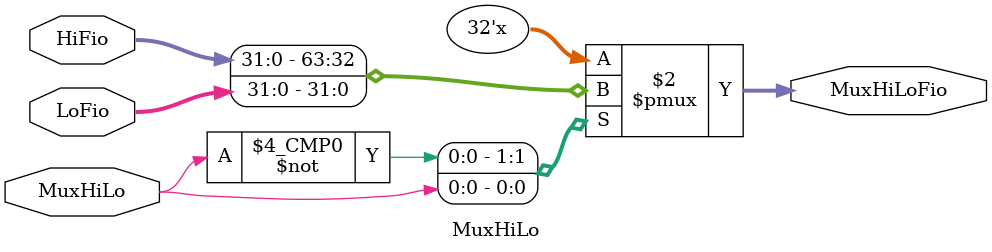
<source format=v>
module MuxHiLo( input wire [31:0] HiFio, input wire [31:0] LoFio, input wire [0:0] MuxHiLo, output reg [31:0] MuxHiLoFio);

always begin
		case(MuxHiLo)
			1'b0: 
			begin
			MuxHiLoFio <= HiFio;
			end
						
			1'b1:
			begin
			MuxHiLoFio <= LoFio;
			end
			
		endcase
	end
 
	

endmodule

</source>
